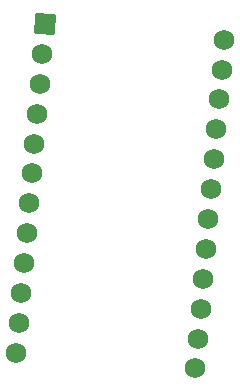
<source format=gbr>
%TF.GenerationSoftware,KiCad,Pcbnew,(6.0.2-0)*%
%TF.CreationDate,2022-03-23T10:44:17-07:00*%
%TF.ProjectId,Untitled,556e7469-746c-4656-942e-6b696361645f,v1.0.0*%
%TF.SameCoordinates,Original*%
%TF.FileFunction,Legend,Bot*%
%TF.FilePolarity,Positive*%
%FSLAX46Y46*%
G04 Gerber Fmt 4.6, Leading zero omitted, Abs format (unit mm)*
G04 Created by KiCad (PCBNEW (6.0.2-0)) date 2022-03-23 10:44:17*
%MOMM*%
%LPD*%
G01*
G04 APERTURE LIST*
G04 Aperture macros list*
%AMRotRect*
0 Rectangle, with rotation*
0 The origin of the aperture is its center*
0 $1 length*
0 $2 width*
0 $3 Rotation angle, in degrees counterclockwise*
0 Add horizontal line*
21,1,$1,$2,0,0,$3*%
G04 Aperture macros list end*
%ADD10RotRect,1.752600X1.752600X265.000000*%
%ADD11C,1.752600*%
G04 APERTURE END LIST*
D10*
%TO.C,MCU1*%
X104615474Y47017275D03*
D11*
X104394099Y44486940D03*
X104172723Y41956606D03*
X103951347Y39426271D03*
X103729972Y36895937D03*
X103508596Y34365602D03*
X103287221Y31835267D03*
X103065845Y29304933D03*
X102844469Y26774598D03*
X102623094Y24244264D03*
X102401718Y21713929D03*
X102180343Y19183595D03*
X119797481Y45689021D03*
X119576106Y43158687D03*
X119354730Y40628352D03*
X119133355Y38098018D03*
X118911979Y35567683D03*
X118690603Y33037349D03*
X118469228Y30507014D03*
X118247852Y27976679D03*
X118026477Y25446345D03*
X117805101Y22916010D03*
X117583725Y20385676D03*
X117362350Y17855341D03*
%TD*%
M02*

</source>
